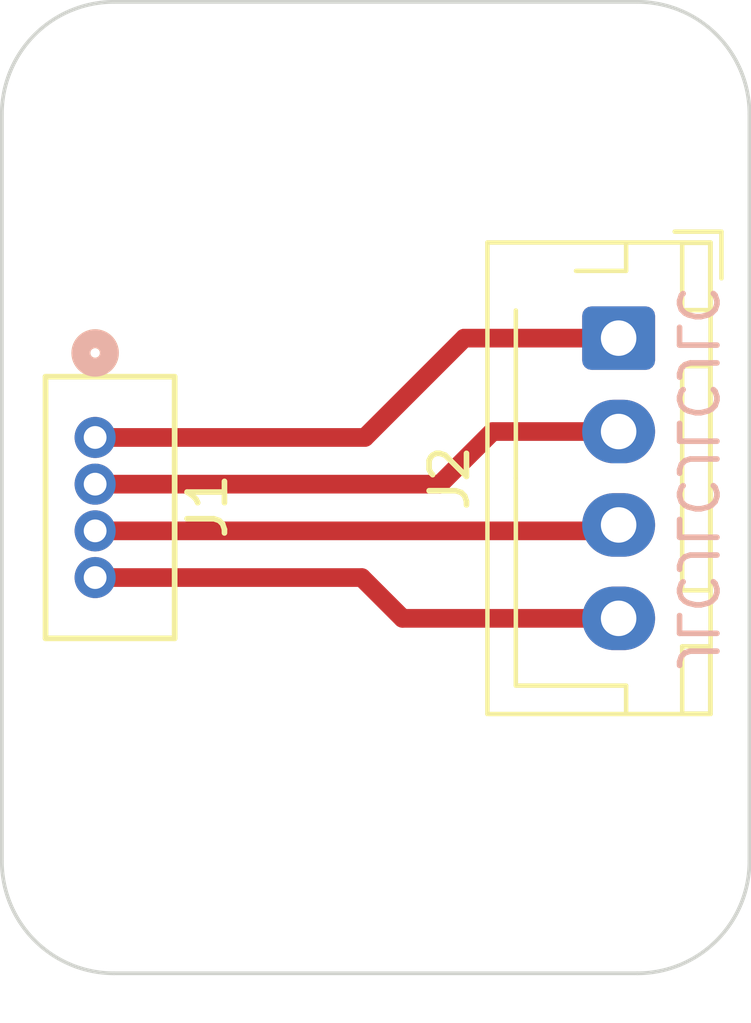
<source format=kicad_pcb>
(kicad_pcb (version 20221018) (generator pcbnew)
  (title_block (title "TE Load Cell Adapter") (date "2023-10-26") (rev "v1") (company "Sun Devil Motorsports"))
  (layers (0 "F.Cu" signal) (31 "B.Cu" signal) (34 "B.Paste" user) (35 "F.Paste" user) (36 "B.SilkS" user "B.Silkscreen") (37 "F.SilkS" user "F.Silkscreen") (38 "B.Mask" user) (39 "F.Mask" user) (44 "Edge.Cuts" user))
  (net 0 "")
  (net 1 "Net-(J1-Pin_1)")
  (net 2 "Net-(J1-Pin_2)")
  (net 3 "Net-(J1-Pin_3)")
  (net 4 "Net-(J1-Pin_4)")
  (footprint "MountingHole:MountingHole_2.5mm" (layer "F.Cu") (at 141 109)
    (fp_text reference "H1" hide)
    (fp_text value "M2.5")
    (pad "" np_thru_hole circle (at 0 0) (size 2.5 2.5) (drill 2.5) (layers "*.Cu" "*.Mask"))
  )
  (footprint "MountingHole:MountingHole_2.5mm" (layer "F.Cu") (at 155 109)
    (fp_text reference "H2" hide)
    (fp_text value "M2.5")
    (pad "" np_thru_hole circle (at 0 0) (size 2.5 2.5) (drill 2.5) (layers "*.Cu" "*.Mask"))
  )
  (footprint "Connector_JST:JST_XH_B4B-XH-AM_1x04_P2.50mm_Vertical" (layer "F.Cu") (at 154.5 115 -90)
    (fp_text reference "J2" (at 3.75 4.525 90) (layer "F.SilkS"))
    (fp_text value "JST-XH")
    (fp_line (start -2.85 -2.75) (end -2.85 -1.5) (stroke (width 0.12)) (layer "F.SilkS"))
    (fp_line (start -2.56 -2.46) (end -2.56 3.51) (stroke (width 0.12)) (layer "F.SilkS"))
    (fp_line (start -2.56 3.51) (end 10.06 3.51) (stroke (width 0.12)) (layer "F.SilkS"))
    (fp_line (start -2.55 -2.45) (end -2.55 -1.7) (stroke (width 0.12)) (layer "F.SilkS"))
    (fp_line (start -2.55 -1.7) (end -0.75 -1.7) (stroke (width 0.12)) (layer "F.SilkS"))
    (fp_line (start -2.55 -0.2) (end -1.8 -0.2) (stroke (width 0.12)) (layer "F.SilkS"))
    (fp_line (start -1.8 -0.2) (end -1.8 1.14) (stroke (width 0.12)) (layer "F.SilkS"))
    (fp_line (start -1.6 -2.75) (end -2.85 -2.75) (stroke (width 0.12)) (layer "F.SilkS"))
    (fp_line (start -0.75 -2.45) (end -2.55 -2.45) (stroke (width 0.12)) (layer "F.SilkS"))
    (fp_line (start -0.75 -1.7) (end -0.75 -2.45) (stroke (width 0.12)) (layer "F.SilkS"))
    (fp_line (start 0.75 -2.45) (end 0.75 -1.7) (stroke (width 0.12)) (layer "F.SilkS"))
    (fp_line (start 0.75 -1.7) (end 6.75 -1.7) (stroke (width 0.12)) (layer "F.SilkS"))
    (fp_line (start 3.75 2.75) (end -0.74 2.75) (stroke (width 0.12)) (layer "F.SilkS"))
    (fp_line (start 6.75 -2.45) (end 0.75 -2.45) (stroke (width 0.12)) (layer "F.SilkS"))
    (fp_line (start 6.75 -1.7) (end 6.75 -2.45) (stroke (width 0.12)) (layer "F.SilkS"))
    (fp_line (start 8.25 -2.45) (end 8.25 -1.7) (stroke (width 0.12)) (layer "F.SilkS"))
    (fp_line (start 8.25 -1.7) (end 10.05 -1.7) (stroke (width 0.12)) (layer "F.SilkS"))
    (fp_line (start 9.3 -0.2) (end 9.3 2.75) (stroke (width 0.12)) (layer "F.SilkS"))
    (fp_line (start 9.3 2.75) (end 3.75 2.75) (stroke (width 0.12)) (layer "F.SilkS"))
    (fp_line (start 10.05 -2.45) (end 8.25 -2.45) (stroke (width 0.12)) (layer "F.SilkS"))
    (fp_line (start 10.05 -1.7) (end 10.05 -2.45) (stroke (width 0.12)) (layer "F.SilkS"))
    (fp_line (start 10.05 -0.2) (end 9.3 -0.2) (stroke (width 0.12)) (layer "F.SilkS"))
    (fp_line (start 10.06 -2.46) (end -2.56 -2.46) (stroke (width 0.12)) (layer "F.SilkS"))
    (fp_line (start 10.06 3.51) (end 10.06 -2.46) (stroke (width 0.12)) (layer "F.SilkS"))
    (pad "" np_thru_hole circle (at -1.6 2 270) (size 1.2 1.2) (drill 1.2) (layers "*.Cu" "*.Mask"))
    (pad "1" thru_hole roundrect (at 0 0 270) (size 1.7 1.95) (drill 0.95) (layers "*.Cu" "*.Mask") (roundrect_rratio 0.147059) (net 1 "Net-(J1-Pin_1)"))
    (pad "2" thru_hole oval (at 2.5 0 270) (size 1.7 1.95) (drill 0.95) (layers "*.Cu" "*.Mask") (net 2 "Net-(J1-Pin_2)"))
    (pad "3" thru_hole oval (at 5 0 270) (size 1.7 1.95) (drill 0.95) (layers "*.Cu" "*.Mask") (net 3 "Net-(J1-Pin_3)"))
    (pad "4" thru_hole oval (at 7.5 0 270) (size 1.7 1.95) (drill 0.95) (layers "*.Cu" "*.Mask") (net 4 "Net-(J1-Pin_4)"))
  )
  (footprint "teconn:CONN4_1734598-4" (layer "F.Cu") (at 140.4951 117.6584 90)
    (fp_text reference "J1" (at -1.8416 3.0049 90 unlocked) (layer "F.SilkS"))
    (fp_text value "1734598-4")
    (fp_circle (center 2.261999 0) (end 2.642999 0) (stroke (width 0.508)) (fill none) (layer "B.SilkS"))
    (fp_line (start -5.377 -1.327) (end -5.377 2.127001) (stroke (width 0.1524)) (layer "F.SilkS"))
    (fp_line (start -5.377 2.127001) (end 1.626999 2.127001) (stroke (width 0.1524)) (layer "F.SilkS"))
    (fp_line (start 1.626999 -1.327) (end -5.377 -1.327) (stroke (width 0.1524)) (layer "F.SilkS"))
    (fp_line (start 1.626999 2.127001) (end 1.626999 -1.327) (stroke (width 0.1524)) (layer "F.SilkS"))
    (fp_circle (center 2.261999 0) (end 2.642999 0) (stroke (width 0.508)) (fill none) (layer "F.SilkS"))
    (pad "1" thru_hole circle (at 0 0 90) (size 1.1 1.1) (drill 0.6096) (layers "*.Cu" "*.Mask") (net 1 "Net-(J1-Pin_1)"))
    (pad "2" thru_hole circle (at -1.25 0 90) (size 1.1 1.1) (drill 0.6096) (layers "*.Cu" "*.Mask") (net 2 "Net-(J1-Pin_2)"))
    (pad "3" thru_hole circle (at -2.5 0 90) (size 1.1 1.1) (drill 0.6096) (layers "*.Cu" "*.Mask") (net 3 "Net-(J1-Pin_3)"))
    (pad "4" thru_hole circle (at -3.75 0 90) (size 1.1 1.1) (drill 0.6096) (layers "*.Cu" "*.Mask") (net 4 "Net-(J1-Pin_4)"))
  )
  (footprint "MountingHole:MountingHole_2.5mm" (layer "F.Cu") (at 141 129)
    (fp_text reference "H4" hide)
    (fp_text value "M2.5")
    (pad "" np_thru_hole circle (at 0 0) (size 2.5 2.5) (drill 2.5) (layers "*.Cu" "*.Mask"))
  )
  (footprint "MountingHole:MountingHole_2.5mm" (layer "F.Cu") (at 155 129)
    (fp_text reference "H3" hide)
    (fp_text value "M2.5")
    (pad "" np_thru_hole circle (at 0 0) (size 2.5 2.5) (drill 2.5) (layers "*.Cu" "*.Mask"))
  )
  (gr_line (start 141 106) (end 155 106) (stroke (width 0.1)) (layer "Edge.Cuts"))
  (gr_line (start 158 109) (end 158 129) (stroke (width 0.1)) (layer "Edge.Cuts"))
  (gr_line (start 155 132) (end 141 132) (stroke (width 0.1)) (layer "Edge.Cuts"))
  (gr_arc (start 158 129) (mid 157.12132 131.12132) (end 155 132) (stroke (width 0.1)) (layer "Edge.Cuts"))
  (gr_arc (start 138 109) (mid 138.87868 106.87868) (end 141 106) (stroke (width 0.1)) (layer "Edge.Cuts"))
  (gr_line (start 138 129) (end 138 109) (stroke (width 0.1)) (layer "Edge.Cuts"))
  (gr_arc (start 155 106) (mid 157.12132 106.87868) (end 158 109) (stroke (width 0.1)) (layer "Edge.Cuts"))
  (gr_arc (start 141 132) (mid 138.87868 131.12132) (end 138 129) (stroke (width 0.1)) (layer "Edge.Cuts"))
  (gr_text "JLCJLCJLCJLC" (at 156 124 -90) (layer "B.SilkS") (effects (font (size 1 1)) (justify left bottom mirror)))
  (segment (start 150.37 115) (end 147.7116 117.6584) (width 0.5) (layer "F.Cu") (net 1))
  (segment (start 147.7116 117.6584) (end 140.4951 117.6584) (width 0.5) (layer "F.Cu") (net 1))
  (segment (start 154.5 115) (end 150.37 115) (width 0.5) (layer "F.Cu") (net 1))
  (segment (start 151.13 117.5) (end 154.5 117.5) (width 0.5) (layer "F.Cu") (net 2))
  (segment (start 149.7216 118.9084) (end 151.13 117.5) (width 0.5) (layer "F.Cu") (net 2))
  (segment (start 140.4951 118.9084) (end 149.7216 118.9084) (width 0.5) (layer "F.Cu") (net 2))
  (segment (start 140.4951 120.1584) (end 154.3416 120.1584) (width 0.5) (layer "F.Cu") (net 3))
  (segment (start 154.3416 120.1584) (end 154.5 120) (width 0.5) (layer "F.Cu") (net 3))
  (segment (start 148.72 122.5) (end 154.5 122.5) (width 0.5) (layer "F.Cu") (net 4))
  (segment (start 140.4951 121.4084) (end 147.6284 121.4084) (width 0.5) (layer "F.Cu") (net 4))
  (segment (start 147.6284 121.4084) (end 148.72 122.5) (width 0.5) (layer "F.Cu") (net 4))
)
</source>
